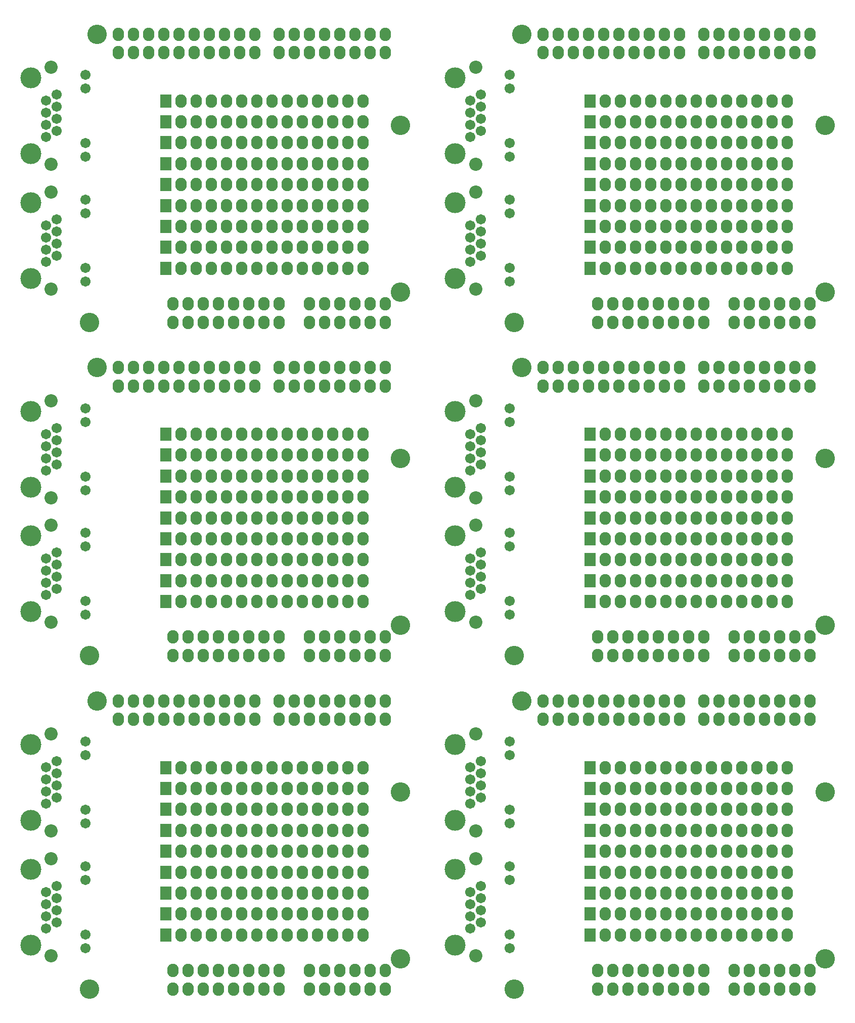
<source format=gbr>
G04 #@! TF.FileFunction,Soldermask,Bot*
%FSLAX46Y46*%
G04 Gerber Fmt 4.6, Leading zero omitted, Abs format (unit mm)*
G04 Created by KiCad (PCBNEW no-vcs-found-product) date Sat 17 Oct 2015 11:56:58 AM BRT*
%MOMM*%
G01*
G04 APERTURE LIST*
%ADD10C,0.100000*%
%ADD11C,3.251200*%
%ADD12R,1.930400X2.235200*%
%ADD13O,1.930400X2.235200*%
%ADD14C,2.203200*%
%ADD15C,1.704340*%
%ADD16C,3.503200*%
G04 APERTURE END LIST*
D10*
D11*
X97749995Y-175179990D03*
X149819995Y-170099990D03*
X99019995Y-126919990D03*
X149819995Y-142159990D03*
D12*
X110500795Y-141601190D03*
D13*
X113040795Y-141601190D03*
X115580795Y-141601190D03*
X118120795Y-141601190D03*
X120660795Y-141601190D03*
X123200795Y-141601190D03*
X125740795Y-141601190D03*
X128280795Y-141601190D03*
X130820795Y-141601190D03*
X133360795Y-141601190D03*
X135900795Y-141601190D03*
X138440795Y-141601190D03*
X140980795Y-141601190D03*
X143520795Y-141601190D03*
D12*
X110500795Y-145106390D03*
D13*
X113040795Y-145106390D03*
X115580795Y-145106390D03*
X118120795Y-145106390D03*
X120660795Y-145106390D03*
X123200795Y-145106390D03*
X125740795Y-145106390D03*
X128280795Y-145106390D03*
X130820795Y-145106390D03*
X133360795Y-145106390D03*
X135900795Y-145106390D03*
X138440795Y-145106390D03*
X140980795Y-145106390D03*
X143520795Y-145106390D03*
D12*
X110500795Y-148611590D03*
D13*
X113040795Y-148611590D03*
X115580795Y-148611590D03*
X118120795Y-148611590D03*
X120660795Y-148611590D03*
X123200795Y-148611590D03*
X125740795Y-148611590D03*
X128280795Y-148611590D03*
X130820795Y-148611590D03*
X133360795Y-148611590D03*
X135900795Y-148611590D03*
X138440795Y-148611590D03*
X140980795Y-148611590D03*
X143520795Y-148611590D03*
X129499995Y-130018790D03*
X132039995Y-130018790D03*
X134579995Y-130018790D03*
X137119995Y-130018790D03*
X139659995Y-130018790D03*
X142199995Y-130018790D03*
X144739995Y-130018790D03*
X147279995Y-130018790D03*
X102575995Y-130006090D03*
X105115995Y-130006090D03*
X107655995Y-130006090D03*
X110195995Y-130006090D03*
X112735995Y-130006090D03*
X115275995Y-130006090D03*
X117815995Y-130006090D03*
X120355995Y-130006090D03*
X122895995Y-130006090D03*
X125435995Y-130006090D03*
X134579995Y-172081190D03*
X137119995Y-172081190D03*
X139659995Y-172081190D03*
X142199995Y-172081190D03*
X144739995Y-172081190D03*
X147279995Y-172081190D03*
X111719995Y-172081190D03*
X114259995Y-172081190D03*
X116799995Y-172081190D03*
X119339995Y-172081190D03*
X121879995Y-172081190D03*
X124419995Y-172081190D03*
X126959995Y-172081190D03*
X129499995Y-172081190D03*
D12*
X110500795Y-155621990D03*
D13*
X113040795Y-155621990D03*
X115580795Y-155621990D03*
X118120795Y-155621990D03*
X120660795Y-155621990D03*
X123200795Y-155621990D03*
X125740795Y-155621990D03*
X128280795Y-155621990D03*
X130820795Y-155621990D03*
X133360795Y-155621990D03*
X135900795Y-155621990D03*
X138440795Y-155621990D03*
X140980795Y-155621990D03*
X143520795Y-155621990D03*
D12*
X110500795Y-152116790D03*
D13*
X113040795Y-152116790D03*
X115580795Y-152116790D03*
X118120795Y-152116790D03*
X120660795Y-152116790D03*
X123200795Y-152116790D03*
X125740795Y-152116790D03*
X128280795Y-152116790D03*
X130820795Y-152116790D03*
X133360795Y-152116790D03*
X135900795Y-152116790D03*
X138440795Y-152116790D03*
X140980795Y-152116790D03*
X143520795Y-152116790D03*
D12*
X110500795Y-138095990D03*
D13*
X113040795Y-138095990D03*
X115580795Y-138095990D03*
X118120795Y-138095990D03*
X120660795Y-138095990D03*
X123200795Y-138095990D03*
X125740795Y-138095990D03*
X128280795Y-138095990D03*
X130820795Y-138095990D03*
X133360795Y-138095990D03*
X135900795Y-138095990D03*
X138440795Y-138095990D03*
X140980795Y-138095990D03*
X143520795Y-138095990D03*
D12*
X110500795Y-166137590D03*
D13*
X113040795Y-166137590D03*
X115580795Y-166137590D03*
X118120795Y-166137590D03*
X120660795Y-166137590D03*
X123200795Y-166137590D03*
X125740795Y-166137590D03*
X128280795Y-166137590D03*
X130820795Y-166137590D03*
X133360795Y-166137590D03*
X135900795Y-166137590D03*
X138440795Y-166137590D03*
X140980795Y-166137590D03*
X143520795Y-166137590D03*
D12*
X110500795Y-162632390D03*
D13*
X113040795Y-162632390D03*
X115580795Y-162632390D03*
X118120795Y-162632390D03*
X120660795Y-162632390D03*
X123200795Y-162632390D03*
X125740795Y-162632390D03*
X128280795Y-162632390D03*
X130820795Y-162632390D03*
X133360795Y-162632390D03*
X135900795Y-162632390D03*
X138440795Y-162632390D03*
X140980795Y-162632390D03*
X143520795Y-162632390D03*
D12*
X110500795Y-159127190D03*
D13*
X113040795Y-159127190D03*
X115580795Y-159127190D03*
X118120795Y-159127190D03*
X120660795Y-159127190D03*
X123200795Y-159127190D03*
X125740795Y-159127190D03*
X128280795Y-159127190D03*
X130820795Y-159127190D03*
X133360795Y-159127190D03*
X135900795Y-159127190D03*
X138440795Y-159127190D03*
X140980795Y-159127190D03*
X143520795Y-159127190D03*
D14*
X91323795Y-132477990D03*
D15*
X97038795Y-147463990D03*
X97038795Y-145177990D03*
X97038795Y-136033990D03*
X97038795Y-133747990D03*
X92212795Y-137049990D03*
X92212795Y-139081990D03*
X92212795Y-141113990D03*
X92212795Y-143145990D03*
X90434795Y-140097990D03*
X90434795Y-142129990D03*
X90434795Y-138065990D03*
X90434795Y-144161990D03*
D16*
X87894795Y-146955990D03*
X87894795Y-134255990D03*
D14*
X91323795Y-148733990D03*
X91323795Y-153365990D03*
D15*
X97038795Y-168351990D03*
X97038795Y-166065990D03*
X97038795Y-156921990D03*
X97038795Y-154635990D03*
X92212795Y-157937990D03*
X92212795Y-159969990D03*
X92212795Y-162001990D03*
X92212795Y-164033990D03*
X90434795Y-160985990D03*
X90434795Y-163017990D03*
X90434795Y-158953990D03*
X90434795Y-165049990D03*
D16*
X87894795Y-167843990D03*
X87894795Y-155143990D03*
D14*
X91323795Y-169621990D03*
D13*
X129499995Y-126919990D03*
X132039995Y-126919990D03*
X134579995Y-126919990D03*
X137119995Y-126919990D03*
X139659995Y-126919990D03*
X142199995Y-126919990D03*
X144739995Y-126919990D03*
X147279995Y-126919990D03*
X102575995Y-126932690D03*
X105115995Y-126932690D03*
X107655995Y-126932690D03*
X110195995Y-126932690D03*
X112735995Y-126932690D03*
X115275995Y-126932690D03*
X117815995Y-126932690D03*
X120355995Y-126932690D03*
X122895995Y-126932690D03*
X125435995Y-126932690D03*
X134579995Y-175179990D03*
X137119995Y-175179990D03*
X139659995Y-175179990D03*
X142199995Y-175179990D03*
X144739995Y-175179990D03*
X147279995Y-175179990D03*
X111719995Y-175179990D03*
X114259995Y-175179990D03*
X116799995Y-175179990D03*
X119339995Y-175179990D03*
X121879995Y-175179990D03*
X124419995Y-175179990D03*
X126959995Y-175179990D03*
X129499995Y-175179990D03*
D11*
X97749995Y-119339995D03*
X149819995Y-114259995D03*
X99019995Y-71079995D03*
X149819995Y-86319995D03*
D12*
X110500795Y-85761195D03*
D13*
X113040795Y-85761195D03*
X115580795Y-85761195D03*
X118120795Y-85761195D03*
X120660795Y-85761195D03*
X123200795Y-85761195D03*
X125740795Y-85761195D03*
X128280795Y-85761195D03*
X130820795Y-85761195D03*
X133360795Y-85761195D03*
X135900795Y-85761195D03*
X138440795Y-85761195D03*
X140980795Y-85761195D03*
X143520795Y-85761195D03*
D12*
X110500795Y-89266395D03*
D13*
X113040795Y-89266395D03*
X115580795Y-89266395D03*
X118120795Y-89266395D03*
X120660795Y-89266395D03*
X123200795Y-89266395D03*
X125740795Y-89266395D03*
X128280795Y-89266395D03*
X130820795Y-89266395D03*
X133360795Y-89266395D03*
X135900795Y-89266395D03*
X138440795Y-89266395D03*
X140980795Y-89266395D03*
X143520795Y-89266395D03*
D12*
X110500795Y-92771595D03*
D13*
X113040795Y-92771595D03*
X115580795Y-92771595D03*
X118120795Y-92771595D03*
X120660795Y-92771595D03*
X123200795Y-92771595D03*
X125740795Y-92771595D03*
X128280795Y-92771595D03*
X130820795Y-92771595D03*
X133360795Y-92771595D03*
X135900795Y-92771595D03*
X138440795Y-92771595D03*
X140980795Y-92771595D03*
X143520795Y-92771595D03*
X129499995Y-74178795D03*
X132039995Y-74178795D03*
X134579995Y-74178795D03*
X137119995Y-74178795D03*
X139659995Y-74178795D03*
X142199995Y-74178795D03*
X144739995Y-74178795D03*
X147279995Y-74178795D03*
X102575995Y-74166095D03*
X105115995Y-74166095D03*
X107655995Y-74166095D03*
X110195995Y-74166095D03*
X112735995Y-74166095D03*
X115275995Y-74166095D03*
X117815995Y-74166095D03*
X120355995Y-74166095D03*
X122895995Y-74166095D03*
X125435995Y-74166095D03*
X134579995Y-116241195D03*
X137119995Y-116241195D03*
X139659995Y-116241195D03*
X142199995Y-116241195D03*
X144739995Y-116241195D03*
X147279995Y-116241195D03*
X111719995Y-116241195D03*
X114259995Y-116241195D03*
X116799995Y-116241195D03*
X119339995Y-116241195D03*
X121879995Y-116241195D03*
X124419995Y-116241195D03*
X126959995Y-116241195D03*
X129499995Y-116241195D03*
D12*
X110500795Y-99781995D03*
D13*
X113040795Y-99781995D03*
X115580795Y-99781995D03*
X118120795Y-99781995D03*
X120660795Y-99781995D03*
X123200795Y-99781995D03*
X125740795Y-99781995D03*
X128280795Y-99781995D03*
X130820795Y-99781995D03*
X133360795Y-99781995D03*
X135900795Y-99781995D03*
X138440795Y-99781995D03*
X140980795Y-99781995D03*
X143520795Y-99781995D03*
D12*
X110500795Y-96276795D03*
D13*
X113040795Y-96276795D03*
X115580795Y-96276795D03*
X118120795Y-96276795D03*
X120660795Y-96276795D03*
X123200795Y-96276795D03*
X125740795Y-96276795D03*
X128280795Y-96276795D03*
X130820795Y-96276795D03*
X133360795Y-96276795D03*
X135900795Y-96276795D03*
X138440795Y-96276795D03*
X140980795Y-96276795D03*
X143520795Y-96276795D03*
D12*
X110500795Y-82255995D03*
D13*
X113040795Y-82255995D03*
X115580795Y-82255995D03*
X118120795Y-82255995D03*
X120660795Y-82255995D03*
X123200795Y-82255995D03*
X125740795Y-82255995D03*
X128280795Y-82255995D03*
X130820795Y-82255995D03*
X133360795Y-82255995D03*
X135900795Y-82255995D03*
X138440795Y-82255995D03*
X140980795Y-82255995D03*
X143520795Y-82255995D03*
D12*
X110500795Y-110297595D03*
D13*
X113040795Y-110297595D03*
X115580795Y-110297595D03*
X118120795Y-110297595D03*
X120660795Y-110297595D03*
X123200795Y-110297595D03*
X125740795Y-110297595D03*
X128280795Y-110297595D03*
X130820795Y-110297595D03*
X133360795Y-110297595D03*
X135900795Y-110297595D03*
X138440795Y-110297595D03*
X140980795Y-110297595D03*
X143520795Y-110297595D03*
D12*
X110500795Y-106792395D03*
D13*
X113040795Y-106792395D03*
X115580795Y-106792395D03*
X118120795Y-106792395D03*
X120660795Y-106792395D03*
X123200795Y-106792395D03*
X125740795Y-106792395D03*
X128280795Y-106792395D03*
X130820795Y-106792395D03*
X133360795Y-106792395D03*
X135900795Y-106792395D03*
X138440795Y-106792395D03*
X140980795Y-106792395D03*
X143520795Y-106792395D03*
D12*
X110500795Y-103287195D03*
D13*
X113040795Y-103287195D03*
X115580795Y-103287195D03*
X118120795Y-103287195D03*
X120660795Y-103287195D03*
X123200795Y-103287195D03*
X125740795Y-103287195D03*
X128280795Y-103287195D03*
X130820795Y-103287195D03*
X133360795Y-103287195D03*
X135900795Y-103287195D03*
X138440795Y-103287195D03*
X140980795Y-103287195D03*
X143520795Y-103287195D03*
D14*
X91323795Y-76637995D03*
D15*
X97038795Y-91623995D03*
X97038795Y-89337995D03*
X97038795Y-80193995D03*
X97038795Y-77907995D03*
X92212795Y-81209995D03*
X92212795Y-83241995D03*
X92212795Y-85273995D03*
X92212795Y-87305995D03*
X90434795Y-84257995D03*
X90434795Y-86289995D03*
X90434795Y-82225995D03*
X90434795Y-88321995D03*
D16*
X87894795Y-91115995D03*
X87894795Y-78415995D03*
D14*
X91323795Y-92893995D03*
X91323795Y-97525995D03*
D15*
X97038795Y-112511995D03*
X97038795Y-110225995D03*
X97038795Y-101081995D03*
X97038795Y-98795995D03*
X92212795Y-102097995D03*
X92212795Y-104129995D03*
X92212795Y-106161995D03*
X92212795Y-108193995D03*
X90434795Y-105145995D03*
X90434795Y-107177995D03*
X90434795Y-103113995D03*
X90434795Y-109209995D03*
D16*
X87894795Y-112003995D03*
X87894795Y-99303995D03*
D14*
X91323795Y-113781995D03*
D13*
X129499995Y-71079995D03*
X132039995Y-71079995D03*
X134579995Y-71079995D03*
X137119995Y-71079995D03*
X139659995Y-71079995D03*
X142199995Y-71079995D03*
X144739995Y-71079995D03*
X147279995Y-71079995D03*
X102575995Y-71092695D03*
X105115995Y-71092695D03*
X107655995Y-71092695D03*
X110195995Y-71092695D03*
X112735995Y-71092695D03*
X115275995Y-71092695D03*
X117815995Y-71092695D03*
X120355995Y-71092695D03*
X122895995Y-71092695D03*
X125435995Y-71092695D03*
X134579995Y-119339995D03*
X137119995Y-119339995D03*
X139659995Y-119339995D03*
X142199995Y-119339995D03*
X144739995Y-119339995D03*
X147279995Y-119339995D03*
X111719995Y-119339995D03*
X114259995Y-119339995D03*
X116799995Y-119339995D03*
X119339995Y-119339995D03*
X121879995Y-119339995D03*
X124419995Y-119339995D03*
X126959995Y-119339995D03*
X129499995Y-119339995D03*
D11*
X97749995Y-63500000D03*
X149819995Y-58420000D03*
X99019995Y-15240000D03*
X149819995Y-30480000D03*
D12*
X110500795Y-29921200D03*
D13*
X113040795Y-29921200D03*
X115580795Y-29921200D03*
X118120795Y-29921200D03*
X120660795Y-29921200D03*
X123200795Y-29921200D03*
X125740795Y-29921200D03*
X128280795Y-29921200D03*
X130820795Y-29921200D03*
X133360795Y-29921200D03*
X135900795Y-29921200D03*
X138440795Y-29921200D03*
X140980795Y-29921200D03*
X143520795Y-29921200D03*
D12*
X110500795Y-33426400D03*
D13*
X113040795Y-33426400D03*
X115580795Y-33426400D03*
X118120795Y-33426400D03*
X120660795Y-33426400D03*
X123200795Y-33426400D03*
X125740795Y-33426400D03*
X128280795Y-33426400D03*
X130820795Y-33426400D03*
X133360795Y-33426400D03*
X135900795Y-33426400D03*
X138440795Y-33426400D03*
X140980795Y-33426400D03*
X143520795Y-33426400D03*
D12*
X110500795Y-36931600D03*
D13*
X113040795Y-36931600D03*
X115580795Y-36931600D03*
X118120795Y-36931600D03*
X120660795Y-36931600D03*
X123200795Y-36931600D03*
X125740795Y-36931600D03*
X128280795Y-36931600D03*
X130820795Y-36931600D03*
X133360795Y-36931600D03*
X135900795Y-36931600D03*
X138440795Y-36931600D03*
X140980795Y-36931600D03*
X143520795Y-36931600D03*
X129499995Y-18338800D03*
X132039995Y-18338800D03*
X134579995Y-18338800D03*
X137119995Y-18338800D03*
X139659995Y-18338800D03*
X142199995Y-18338800D03*
X144739995Y-18338800D03*
X147279995Y-18338800D03*
X102575995Y-18326100D03*
X105115995Y-18326100D03*
X107655995Y-18326100D03*
X110195995Y-18326100D03*
X112735995Y-18326100D03*
X115275995Y-18326100D03*
X117815995Y-18326100D03*
X120355995Y-18326100D03*
X122895995Y-18326100D03*
X125435995Y-18326100D03*
X134579995Y-60401200D03*
X137119995Y-60401200D03*
X139659995Y-60401200D03*
X142199995Y-60401200D03*
X144739995Y-60401200D03*
X147279995Y-60401200D03*
X111719995Y-60401200D03*
X114259995Y-60401200D03*
X116799995Y-60401200D03*
X119339995Y-60401200D03*
X121879995Y-60401200D03*
X124419995Y-60401200D03*
X126959995Y-60401200D03*
X129499995Y-60401200D03*
D12*
X110500795Y-43942000D03*
D13*
X113040795Y-43942000D03*
X115580795Y-43942000D03*
X118120795Y-43942000D03*
X120660795Y-43942000D03*
X123200795Y-43942000D03*
X125740795Y-43942000D03*
X128280795Y-43942000D03*
X130820795Y-43942000D03*
X133360795Y-43942000D03*
X135900795Y-43942000D03*
X138440795Y-43942000D03*
X140980795Y-43942000D03*
X143520795Y-43942000D03*
D12*
X110500795Y-40436800D03*
D13*
X113040795Y-40436800D03*
X115580795Y-40436800D03*
X118120795Y-40436800D03*
X120660795Y-40436800D03*
X123200795Y-40436800D03*
X125740795Y-40436800D03*
X128280795Y-40436800D03*
X130820795Y-40436800D03*
X133360795Y-40436800D03*
X135900795Y-40436800D03*
X138440795Y-40436800D03*
X140980795Y-40436800D03*
X143520795Y-40436800D03*
D12*
X110500795Y-26416000D03*
D13*
X113040795Y-26416000D03*
X115580795Y-26416000D03*
X118120795Y-26416000D03*
X120660795Y-26416000D03*
X123200795Y-26416000D03*
X125740795Y-26416000D03*
X128280795Y-26416000D03*
X130820795Y-26416000D03*
X133360795Y-26416000D03*
X135900795Y-26416000D03*
X138440795Y-26416000D03*
X140980795Y-26416000D03*
X143520795Y-26416000D03*
D12*
X110500795Y-54457600D03*
D13*
X113040795Y-54457600D03*
X115580795Y-54457600D03*
X118120795Y-54457600D03*
X120660795Y-54457600D03*
X123200795Y-54457600D03*
X125740795Y-54457600D03*
X128280795Y-54457600D03*
X130820795Y-54457600D03*
X133360795Y-54457600D03*
X135900795Y-54457600D03*
X138440795Y-54457600D03*
X140980795Y-54457600D03*
X143520795Y-54457600D03*
D12*
X110500795Y-50952400D03*
D13*
X113040795Y-50952400D03*
X115580795Y-50952400D03*
X118120795Y-50952400D03*
X120660795Y-50952400D03*
X123200795Y-50952400D03*
X125740795Y-50952400D03*
X128280795Y-50952400D03*
X130820795Y-50952400D03*
X133360795Y-50952400D03*
X135900795Y-50952400D03*
X138440795Y-50952400D03*
X140980795Y-50952400D03*
X143520795Y-50952400D03*
D12*
X110500795Y-47447200D03*
D13*
X113040795Y-47447200D03*
X115580795Y-47447200D03*
X118120795Y-47447200D03*
X120660795Y-47447200D03*
X123200795Y-47447200D03*
X125740795Y-47447200D03*
X128280795Y-47447200D03*
X130820795Y-47447200D03*
X133360795Y-47447200D03*
X135900795Y-47447200D03*
X138440795Y-47447200D03*
X140980795Y-47447200D03*
X143520795Y-47447200D03*
D14*
X91323795Y-20798000D03*
D15*
X97038795Y-35784000D03*
X97038795Y-33498000D03*
X97038795Y-24354000D03*
X97038795Y-22068000D03*
X92212795Y-25370000D03*
X92212795Y-27402000D03*
X92212795Y-29434000D03*
X92212795Y-31466000D03*
X90434795Y-28418000D03*
X90434795Y-30450000D03*
X90434795Y-26386000D03*
X90434795Y-32482000D03*
D16*
X87894795Y-35276000D03*
X87894795Y-22576000D03*
D14*
X91323795Y-37054000D03*
X91323795Y-41686000D03*
D15*
X97038795Y-56672000D03*
X97038795Y-54386000D03*
X97038795Y-45242000D03*
X97038795Y-42956000D03*
X92212795Y-46258000D03*
X92212795Y-48290000D03*
X92212795Y-50322000D03*
X92212795Y-52354000D03*
X90434795Y-49306000D03*
X90434795Y-51338000D03*
X90434795Y-47274000D03*
X90434795Y-53370000D03*
D16*
X87894795Y-56164000D03*
X87894795Y-43464000D03*
D14*
X91323795Y-57942000D03*
D13*
X129499995Y-15240000D03*
X132039995Y-15240000D03*
X134579995Y-15240000D03*
X137119995Y-15240000D03*
X139659995Y-15240000D03*
X142199995Y-15240000D03*
X144739995Y-15240000D03*
X147279995Y-15240000D03*
X102575995Y-15252700D03*
X105115995Y-15252700D03*
X107655995Y-15252700D03*
X110195995Y-15252700D03*
X112735995Y-15252700D03*
X115275995Y-15252700D03*
X117815995Y-15252700D03*
X120355995Y-15252700D03*
X122895995Y-15252700D03*
X125435995Y-15252700D03*
X134579995Y-63500000D03*
X137119995Y-63500000D03*
X139659995Y-63500000D03*
X142199995Y-63500000D03*
X144739995Y-63500000D03*
X147279995Y-63500000D03*
X111719995Y-63500000D03*
X114259995Y-63500000D03*
X116799995Y-63500000D03*
X119339995Y-63500000D03*
X121879995Y-63500000D03*
X124419995Y-63500000D03*
X126959995Y-63500000D03*
X129499995Y-63500000D03*
D11*
X26670000Y-175179990D03*
X78740000Y-170099990D03*
X27940000Y-126919990D03*
X78740000Y-142159990D03*
D12*
X39420800Y-141601190D03*
D13*
X41960800Y-141601190D03*
X44500800Y-141601190D03*
X47040800Y-141601190D03*
X49580800Y-141601190D03*
X52120800Y-141601190D03*
X54660800Y-141601190D03*
X57200800Y-141601190D03*
X59740800Y-141601190D03*
X62280800Y-141601190D03*
X64820800Y-141601190D03*
X67360800Y-141601190D03*
X69900800Y-141601190D03*
X72440800Y-141601190D03*
D12*
X39420800Y-145106390D03*
D13*
X41960800Y-145106390D03*
X44500800Y-145106390D03*
X47040800Y-145106390D03*
X49580800Y-145106390D03*
X52120800Y-145106390D03*
X54660800Y-145106390D03*
X57200800Y-145106390D03*
X59740800Y-145106390D03*
X62280800Y-145106390D03*
X64820800Y-145106390D03*
X67360800Y-145106390D03*
X69900800Y-145106390D03*
X72440800Y-145106390D03*
D12*
X39420800Y-148611590D03*
D13*
X41960800Y-148611590D03*
X44500800Y-148611590D03*
X47040800Y-148611590D03*
X49580800Y-148611590D03*
X52120800Y-148611590D03*
X54660800Y-148611590D03*
X57200800Y-148611590D03*
X59740800Y-148611590D03*
X62280800Y-148611590D03*
X64820800Y-148611590D03*
X67360800Y-148611590D03*
X69900800Y-148611590D03*
X72440800Y-148611590D03*
X58420000Y-130018790D03*
X60960000Y-130018790D03*
X63500000Y-130018790D03*
X66040000Y-130018790D03*
X68580000Y-130018790D03*
X71120000Y-130018790D03*
X73660000Y-130018790D03*
X76200000Y-130018790D03*
X31496000Y-130006090D03*
X34036000Y-130006090D03*
X36576000Y-130006090D03*
X39116000Y-130006090D03*
X41656000Y-130006090D03*
X44196000Y-130006090D03*
X46736000Y-130006090D03*
X49276000Y-130006090D03*
X51816000Y-130006090D03*
X54356000Y-130006090D03*
X63500000Y-172081190D03*
X66040000Y-172081190D03*
X68580000Y-172081190D03*
X71120000Y-172081190D03*
X73660000Y-172081190D03*
X76200000Y-172081190D03*
X40640000Y-172081190D03*
X43180000Y-172081190D03*
X45720000Y-172081190D03*
X48260000Y-172081190D03*
X50800000Y-172081190D03*
X53340000Y-172081190D03*
X55880000Y-172081190D03*
X58420000Y-172081190D03*
D12*
X39420800Y-155621990D03*
D13*
X41960800Y-155621990D03*
X44500800Y-155621990D03*
X47040800Y-155621990D03*
X49580800Y-155621990D03*
X52120800Y-155621990D03*
X54660800Y-155621990D03*
X57200800Y-155621990D03*
X59740800Y-155621990D03*
X62280800Y-155621990D03*
X64820800Y-155621990D03*
X67360800Y-155621990D03*
X69900800Y-155621990D03*
X72440800Y-155621990D03*
D12*
X39420800Y-152116790D03*
D13*
X41960800Y-152116790D03*
X44500800Y-152116790D03*
X47040800Y-152116790D03*
X49580800Y-152116790D03*
X52120800Y-152116790D03*
X54660800Y-152116790D03*
X57200800Y-152116790D03*
X59740800Y-152116790D03*
X62280800Y-152116790D03*
X64820800Y-152116790D03*
X67360800Y-152116790D03*
X69900800Y-152116790D03*
X72440800Y-152116790D03*
D12*
X39420800Y-138095990D03*
D13*
X41960800Y-138095990D03*
X44500800Y-138095990D03*
X47040800Y-138095990D03*
X49580800Y-138095990D03*
X52120800Y-138095990D03*
X54660800Y-138095990D03*
X57200800Y-138095990D03*
X59740800Y-138095990D03*
X62280800Y-138095990D03*
X64820800Y-138095990D03*
X67360800Y-138095990D03*
X69900800Y-138095990D03*
X72440800Y-138095990D03*
D12*
X39420800Y-166137590D03*
D13*
X41960800Y-166137590D03*
X44500800Y-166137590D03*
X47040800Y-166137590D03*
X49580800Y-166137590D03*
X52120800Y-166137590D03*
X54660800Y-166137590D03*
X57200800Y-166137590D03*
X59740800Y-166137590D03*
X62280800Y-166137590D03*
X64820800Y-166137590D03*
X67360800Y-166137590D03*
X69900800Y-166137590D03*
X72440800Y-166137590D03*
D12*
X39420800Y-162632390D03*
D13*
X41960800Y-162632390D03*
X44500800Y-162632390D03*
X47040800Y-162632390D03*
X49580800Y-162632390D03*
X52120800Y-162632390D03*
X54660800Y-162632390D03*
X57200800Y-162632390D03*
X59740800Y-162632390D03*
X62280800Y-162632390D03*
X64820800Y-162632390D03*
X67360800Y-162632390D03*
X69900800Y-162632390D03*
X72440800Y-162632390D03*
D12*
X39420800Y-159127190D03*
D13*
X41960800Y-159127190D03*
X44500800Y-159127190D03*
X47040800Y-159127190D03*
X49580800Y-159127190D03*
X52120800Y-159127190D03*
X54660800Y-159127190D03*
X57200800Y-159127190D03*
X59740800Y-159127190D03*
X62280800Y-159127190D03*
X64820800Y-159127190D03*
X67360800Y-159127190D03*
X69900800Y-159127190D03*
X72440800Y-159127190D03*
D14*
X20243800Y-132477990D03*
D15*
X25958800Y-147463990D03*
X25958800Y-145177990D03*
X25958800Y-136033990D03*
X25958800Y-133747990D03*
X21132800Y-137049990D03*
X21132800Y-139081990D03*
X21132800Y-141113990D03*
X21132800Y-143145990D03*
X19354800Y-140097990D03*
X19354800Y-142129990D03*
X19354800Y-138065990D03*
X19354800Y-144161990D03*
D16*
X16814800Y-146955990D03*
X16814800Y-134255990D03*
D14*
X20243800Y-148733990D03*
X20243800Y-153365990D03*
D15*
X25958800Y-168351990D03*
X25958800Y-166065990D03*
X25958800Y-156921990D03*
X25958800Y-154635990D03*
X21132800Y-157937990D03*
X21132800Y-159969990D03*
X21132800Y-162001990D03*
X21132800Y-164033990D03*
X19354800Y-160985990D03*
X19354800Y-163017990D03*
X19354800Y-158953990D03*
X19354800Y-165049990D03*
D16*
X16814800Y-167843990D03*
X16814800Y-155143990D03*
D14*
X20243800Y-169621990D03*
D13*
X58420000Y-126919990D03*
X60960000Y-126919990D03*
X63500000Y-126919990D03*
X66040000Y-126919990D03*
X68580000Y-126919990D03*
X71120000Y-126919990D03*
X73660000Y-126919990D03*
X76200000Y-126919990D03*
X31496000Y-126932690D03*
X34036000Y-126932690D03*
X36576000Y-126932690D03*
X39116000Y-126932690D03*
X41656000Y-126932690D03*
X44196000Y-126932690D03*
X46736000Y-126932690D03*
X49276000Y-126932690D03*
X51816000Y-126932690D03*
X54356000Y-126932690D03*
X63500000Y-175179990D03*
X66040000Y-175179990D03*
X68580000Y-175179990D03*
X71120000Y-175179990D03*
X73660000Y-175179990D03*
X76200000Y-175179990D03*
X40640000Y-175179990D03*
X43180000Y-175179990D03*
X45720000Y-175179990D03*
X48260000Y-175179990D03*
X50800000Y-175179990D03*
X53340000Y-175179990D03*
X55880000Y-175179990D03*
X58420000Y-175179990D03*
D11*
X26670000Y-119339995D03*
X78740000Y-114259995D03*
X27940000Y-71079995D03*
X78740000Y-86319995D03*
D12*
X39420800Y-85761195D03*
D13*
X41960800Y-85761195D03*
X44500800Y-85761195D03*
X47040800Y-85761195D03*
X49580800Y-85761195D03*
X52120800Y-85761195D03*
X54660800Y-85761195D03*
X57200800Y-85761195D03*
X59740800Y-85761195D03*
X62280800Y-85761195D03*
X64820800Y-85761195D03*
X67360800Y-85761195D03*
X69900800Y-85761195D03*
X72440800Y-85761195D03*
D12*
X39420800Y-89266395D03*
D13*
X41960800Y-89266395D03*
X44500800Y-89266395D03*
X47040800Y-89266395D03*
X49580800Y-89266395D03*
X52120800Y-89266395D03*
X54660800Y-89266395D03*
X57200800Y-89266395D03*
X59740800Y-89266395D03*
X62280800Y-89266395D03*
X64820800Y-89266395D03*
X67360800Y-89266395D03*
X69900800Y-89266395D03*
X72440800Y-89266395D03*
D12*
X39420800Y-92771595D03*
D13*
X41960800Y-92771595D03*
X44500800Y-92771595D03*
X47040800Y-92771595D03*
X49580800Y-92771595D03*
X52120800Y-92771595D03*
X54660800Y-92771595D03*
X57200800Y-92771595D03*
X59740800Y-92771595D03*
X62280800Y-92771595D03*
X64820800Y-92771595D03*
X67360800Y-92771595D03*
X69900800Y-92771595D03*
X72440800Y-92771595D03*
X58420000Y-74178795D03*
X60960000Y-74178795D03*
X63500000Y-74178795D03*
X66040000Y-74178795D03*
X68580000Y-74178795D03*
X71120000Y-74178795D03*
X73660000Y-74178795D03*
X76200000Y-74178795D03*
X31496000Y-74166095D03*
X34036000Y-74166095D03*
X36576000Y-74166095D03*
X39116000Y-74166095D03*
X41656000Y-74166095D03*
X44196000Y-74166095D03*
X46736000Y-74166095D03*
X49276000Y-74166095D03*
X51816000Y-74166095D03*
X54356000Y-74166095D03*
X63500000Y-116241195D03*
X66040000Y-116241195D03*
X68580000Y-116241195D03*
X71120000Y-116241195D03*
X73660000Y-116241195D03*
X76200000Y-116241195D03*
X40640000Y-116241195D03*
X43180000Y-116241195D03*
X45720000Y-116241195D03*
X48260000Y-116241195D03*
X50800000Y-116241195D03*
X53340000Y-116241195D03*
X55880000Y-116241195D03*
X58420000Y-116241195D03*
D12*
X39420800Y-99781995D03*
D13*
X41960800Y-99781995D03*
X44500800Y-99781995D03*
X47040800Y-99781995D03*
X49580800Y-99781995D03*
X52120800Y-99781995D03*
X54660800Y-99781995D03*
X57200800Y-99781995D03*
X59740800Y-99781995D03*
X62280800Y-99781995D03*
X64820800Y-99781995D03*
X67360800Y-99781995D03*
X69900800Y-99781995D03*
X72440800Y-99781995D03*
D12*
X39420800Y-96276795D03*
D13*
X41960800Y-96276795D03*
X44500800Y-96276795D03*
X47040800Y-96276795D03*
X49580800Y-96276795D03*
X52120800Y-96276795D03*
X54660800Y-96276795D03*
X57200800Y-96276795D03*
X59740800Y-96276795D03*
X62280800Y-96276795D03*
X64820800Y-96276795D03*
X67360800Y-96276795D03*
X69900800Y-96276795D03*
X72440800Y-96276795D03*
D12*
X39420800Y-82255995D03*
D13*
X41960800Y-82255995D03*
X44500800Y-82255995D03*
X47040800Y-82255995D03*
X49580800Y-82255995D03*
X52120800Y-82255995D03*
X54660800Y-82255995D03*
X57200800Y-82255995D03*
X59740800Y-82255995D03*
X62280800Y-82255995D03*
X64820800Y-82255995D03*
X67360800Y-82255995D03*
X69900800Y-82255995D03*
X72440800Y-82255995D03*
D12*
X39420800Y-110297595D03*
D13*
X41960800Y-110297595D03*
X44500800Y-110297595D03*
X47040800Y-110297595D03*
X49580800Y-110297595D03*
X52120800Y-110297595D03*
X54660800Y-110297595D03*
X57200800Y-110297595D03*
X59740800Y-110297595D03*
X62280800Y-110297595D03*
X64820800Y-110297595D03*
X67360800Y-110297595D03*
X69900800Y-110297595D03*
X72440800Y-110297595D03*
D12*
X39420800Y-106792395D03*
D13*
X41960800Y-106792395D03*
X44500800Y-106792395D03*
X47040800Y-106792395D03*
X49580800Y-106792395D03*
X52120800Y-106792395D03*
X54660800Y-106792395D03*
X57200800Y-106792395D03*
X59740800Y-106792395D03*
X62280800Y-106792395D03*
X64820800Y-106792395D03*
X67360800Y-106792395D03*
X69900800Y-106792395D03*
X72440800Y-106792395D03*
D12*
X39420800Y-103287195D03*
D13*
X41960800Y-103287195D03*
X44500800Y-103287195D03*
X47040800Y-103287195D03*
X49580800Y-103287195D03*
X52120800Y-103287195D03*
X54660800Y-103287195D03*
X57200800Y-103287195D03*
X59740800Y-103287195D03*
X62280800Y-103287195D03*
X64820800Y-103287195D03*
X67360800Y-103287195D03*
X69900800Y-103287195D03*
X72440800Y-103287195D03*
D14*
X20243800Y-76637995D03*
D15*
X25958800Y-91623995D03*
X25958800Y-89337995D03*
X25958800Y-80193995D03*
X25958800Y-77907995D03*
X21132800Y-81209995D03*
X21132800Y-83241995D03*
X21132800Y-85273995D03*
X21132800Y-87305995D03*
X19354800Y-84257995D03*
X19354800Y-86289995D03*
X19354800Y-82225995D03*
X19354800Y-88321995D03*
D16*
X16814800Y-91115995D03*
X16814800Y-78415995D03*
D14*
X20243800Y-92893995D03*
X20243800Y-97525995D03*
D15*
X25958800Y-112511995D03*
X25958800Y-110225995D03*
X25958800Y-101081995D03*
X25958800Y-98795995D03*
X21132800Y-102097995D03*
X21132800Y-104129995D03*
X21132800Y-106161995D03*
X21132800Y-108193995D03*
X19354800Y-105145995D03*
X19354800Y-107177995D03*
X19354800Y-103113995D03*
X19354800Y-109209995D03*
D16*
X16814800Y-112003995D03*
X16814800Y-99303995D03*
D14*
X20243800Y-113781995D03*
D13*
X58420000Y-71079995D03*
X60960000Y-71079995D03*
X63500000Y-71079995D03*
X66040000Y-71079995D03*
X68580000Y-71079995D03*
X71120000Y-71079995D03*
X73660000Y-71079995D03*
X76200000Y-71079995D03*
X31496000Y-71092695D03*
X34036000Y-71092695D03*
X36576000Y-71092695D03*
X39116000Y-71092695D03*
X41656000Y-71092695D03*
X44196000Y-71092695D03*
X46736000Y-71092695D03*
X49276000Y-71092695D03*
X51816000Y-71092695D03*
X54356000Y-71092695D03*
X63500000Y-119339995D03*
X66040000Y-119339995D03*
X68580000Y-119339995D03*
X71120000Y-119339995D03*
X73660000Y-119339995D03*
X76200000Y-119339995D03*
X40640000Y-119339995D03*
X43180000Y-119339995D03*
X45720000Y-119339995D03*
X48260000Y-119339995D03*
X50800000Y-119339995D03*
X53340000Y-119339995D03*
X55880000Y-119339995D03*
X58420000Y-119339995D03*
X40640000Y-63500000D03*
X43180000Y-63500000D03*
X45720000Y-63500000D03*
X48260000Y-63500000D03*
X50800000Y-63500000D03*
X53340000Y-63500000D03*
X55880000Y-63500000D03*
X58420000Y-63500000D03*
X63500000Y-63500000D03*
X66040000Y-63500000D03*
X68580000Y-63500000D03*
X71120000Y-63500000D03*
X73660000Y-63500000D03*
X76200000Y-63500000D03*
X31496000Y-15252700D03*
X34036000Y-15252700D03*
X36576000Y-15252700D03*
X39116000Y-15252700D03*
X41656000Y-15252700D03*
X44196000Y-15252700D03*
X46736000Y-15252700D03*
X49276000Y-15252700D03*
X51816000Y-15252700D03*
X54356000Y-15252700D03*
X58420000Y-15240000D03*
X60960000Y-15240000D03*
X63500000Y-15240000D03*
X66040000Y-15240000D03*
X68580000Y-15240000D03*
X71120000Y-15240000D03*
X73660000Y-15240000D03*
X76200000Y-15240000D03*
D14*
X20243800Y-41686000D03*
D15*
X25958800Y-56672000D03*
X25958800Y-54386000D03*
X25958800Y-45242000D03*
X25958800Y-42956000D03*
X21132800Y-46258000D03*
X21132800Y-48290000D03*
X21132800Y-50322000D03*
X21132800Y-52354000D03*
X19354800Y-49306000D03*
X19354800Y-51338000D03*
X19354800Y-47274000D03*
X19354800Y-53370000D03*
D16*
X16814800Y-56164000D03*
X16814800Y-43464000D03*
D14*
X20243800Y-57942000D03*
X20243800Y-20798000D03*
D15*
X25958800Y-35784000D03*
X25958800Y-33498000D03*
X25958800Y-24354000D03*
X25958800Y-22068000D03*
X21132800Y-25370000D03*
X21132800Y-27402000D03*
X21132800Y-29434000D03*
X21132800Y-31466000D03*
X19354800Y-28418000D03*
X19354800Y-30450000D03*
X19354800Y-26386000D03*
X19354800Y-32482000D03*
D16*
X16814800Y-35276000D03*
X16814800Y-22576000D03*
D14*
X20243800Y-37054000D03*
D12*
X39420800Y-47447200D03*
D13*
X41960800Y-47447200D03*
X44500800Y-47447200D03*
X47040800Y-47447200D03*
X49580800Y-47447200D03*
X52120800Y-47447200D03*
X54660800Y-47447200D03*
X57200800Y-47447200D03*
X59740800Y-47447200D03*
X62280800Y-47447200D03*
X64820800Y-47447200D03*
X67360800Y-47447200D03*
X69900800Y-47447200D03*
X72440800Y-47447200D03*
D12*
X39420800Y-50952400D03*
D13*
X41960800Y-50952400D03*
X44500800Y-50952400D03*
X47040800Y-50952400D03*
X49580800Y-50952400D03*
X52120800Y-50952400D03*
X54660800Y-50952400D03*
X57200800Y-50952400D03*
X59740800Y-50952400D03*
X62280800Y-50952400D03*
X64820800Y-50952400D03*
X67360800Y-50952400D03*
X69900800Y-50952400D03*
X72440800Y-50952400D03*
D12*
X39420800Y-54457600D03*
D13*
X41960800Y-54457600D03*
X44500800Y-54457600D03*
X47040800Y-54457600D03*
X49580800Y-54457600D03*
X52120800Y-54457600D03*
X54660800Y-54457600D03*
X57200800Y-54457600D03*
X59740800Y-54457600D03*
X62280800Y-54457600D03*
X64820800Y-54457600D03*
X67360800Y-54457600D03*
X69900800Y-54457600D03*
X72440800Y-54457600D03*
D12*
X39420800Y-26416000D03*
D13*
X41960800Y-26416000D03*
X44500800Y-26416000D03*
X47040800Y-26416000D03*
X49580800Y-26416000D03*
X52120800Y-26416000D03*
X54660800Y-26416000D03*
X57200800Y-26416000D03*
X59740800Y-26416000D03*
X62280800Y-26416000D03*
X64820800Y-26416000D03*
X67360800Y-26416000D03*
X69900800Y-26416000D03*
X72440800Y-26416000D03*
D12*
X39420800Y-40436800D03*
D13*
X41960800Y-40436800D03*
X44500800Y-40436800D03*
X47040800Y-40436800D03*
X49580800Y-40436800D03*
X52120800Y-40436800D03*
X54660800Y-40436800D03*
X57200800Y-40436800D03*
X59740800Y-40436800D03*
X62280800Y-40436800D03*
X64820800Y-40436800D03*
X67360800Y-40436800D03*
X69900800Y-40436800D03*
X72440800Y-40436800D03*
D12*
X39420800Y-43942000D03*
D13*
X41960800Y-43942000D03*
X44500800Y-43942000D03*
X47040800Y-43942000D03*
X49580800Y-43942000D03*
X52120800Y-43942000D03*
X54660800Y-43942000D03*
X57200800Y-43942000D03*
X59740800Y-43942000D03*
X62280800Y-43942000D03*
X64820800Y-43942000D03*
X67360800Y-43942000D03*
X69900800Y-43942000D03*
X72440800Y-43942000D03*
X40640000Y-60401200D03*
X43180000Y-60401200D03*
X45720000Y-60401200D03*
X48260000Y-60401200D03*
X50800000Y-60401200D03*
X53340000Y-60401200D03*
X55880000Y-60401200D03*
X58420000Y-60401200D03*
X63500000Y-60401200D03*
X66040000Y-60401200D03*
X68580000Y-60401200D03*
X71120000Y-60401200D03*
X73660000Y-60401200D03*
X76200000Y-60401200D03*
X31496000Y-18326100D03*
X34036000Y-18326100D03*
X36576000Y-18326100D03*
X39116000Y-18326100D03*
X41656000Y-18326100D03*
X44196000Y-18326100D03*
X46736000Y-18326100D03*
X49276000Y-18326100D03*
X51816000Y-18326100D03*
X54356000Y-18326100D03*
X58420000Y-18338800D03*
X60960000Y-18338800D03*
X63500000Y-18338800D03*
X66040000Y-18338800D03*
X68580000Y-18338800D03*
X71120000Y-18338800D03*
X73660000Y-18338800D03*
X76200000Y-18338800D03*
D12*
X39420800Y-36931600D03*
D13*
X41960800Y-36931600D03*
X44500800Y-36931600D03*
X47040800Y-36931600D03*
X49580800Y-36931600D03*
X52120800Y-36931600D03*
X54660800Y-36931600D03*
X57200800Y-36931600D03*
X59740800Y-36931600D03*
X62280800Y-36931600D03*
X64820800Y-36931600D03*
X67360800Y-36931600D03*
X69900800Y-36931600D03*
X72440800Y-36931600D03*
D12*
X39420800Y-33426400D03*
D13*
X41960800Y-33426400D03*
X44500800Y-33426400D03*
X47040800Y-33426400D03*
X49580800Y-33426400D03*
X52120800Y-33426400D03*
X54660800Y-33426400D03*
X57200800Y-33426400D03*
X59740800Y-33426400D03*
X62280800Y-33426400D03*
X64820800Y-33426400D03*
X67360800Y-33426400D03*
X69900800Y-33426400D03*
X72440800Y-33426400D03*
D12*
X39420800Y-29921200D03*
D13*
X41960800Y-29921200D03*
X44500800Y-29921200D03*
X47040800Y-29921200D03*
X49580800Y-29921200D03*
X52120800Y-29921200D03*
X54660800Y-29921200D03*
X57200800Y-29921200D03*
X59740800Y-29921200D03*
X62280800Y-29921200D03*
X64820800Y-29921200D03*
X67360800Y-29921200D03*
X69900800Y-29921200D03*
X72440800Y-29921200D03*
D11*
X78740000Y-30480000D03*
X27940000Y-15240000D03*
X78740000Y-58420000D03*
X26670000Y-63500000D03*
M02*

</source>
